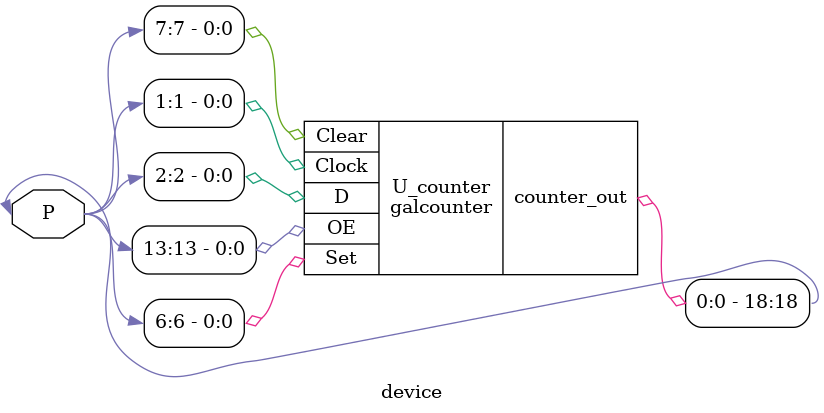
<source format=v>
module galcounter (
 input Clock ,
 input Set ,
 input Clear ,
 input OE ,
 input  D,
 output  counter_out 
); // End of port list
//-------------Input ports Data Type-------------------
// By rule all the input ports should be wires   
wire Clock ;
wire Set ;
wire Clear ;
wire OE ;
wire  D;
//-------------Output Ports Data Type------------------
// Output port can be a storage element (reg) or a wire
reg  counter_out ;

//------------Code Starts Here-------------------------
// Since this counter is a positive edge trigged one,
// We trigger the below block with respect to positive
// edge of the clock.
always @ (posedge Clock)
begin : COUNTER // Block Name
  // At every rising edge of clock we check if reset is active
  // If active, we load the counter output with 4'b0000
  if (Set == 1'b1) begin
    counter_out <= #1 D;
  end
  else if (Clear == 1'b1) begin
    counter_out <= #1 1'b0000;
  // If enable is active, then we increment the counter
  end
  else if (OE == 1'b0) begin
    counter_out <= #1 counter_out + 1;
  end
end // End of Block COUNTER

endmodule // End of Module counter

module device( inout [28:0] P);

galcounter U_counter(
	P[1], P[6],P[7],P[13],P[2],P[18]
);
endmodule

</source>
